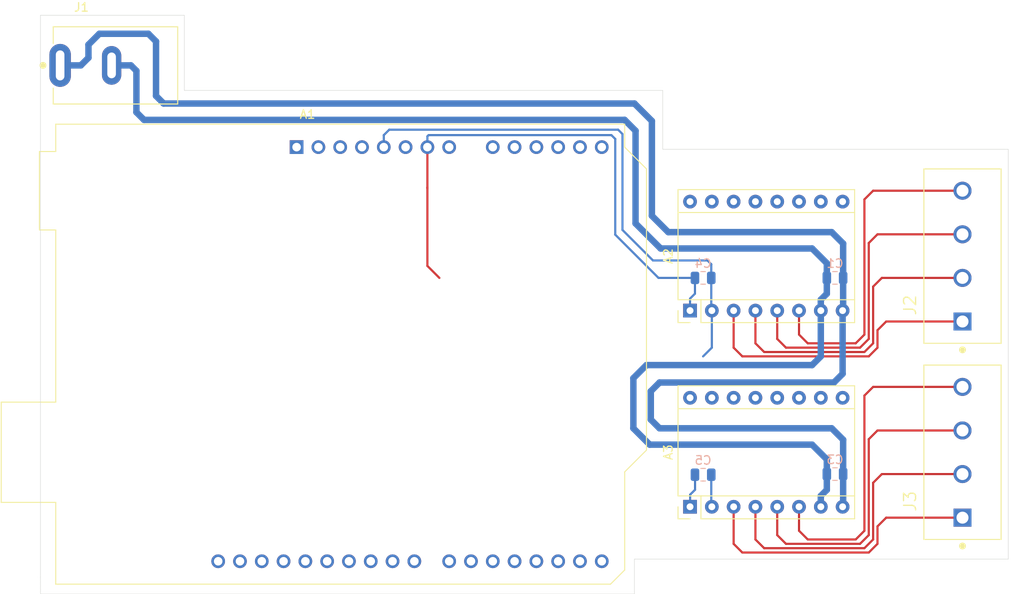
<source format=kicad_pcb>
(kicad_pcb (version 20210623) (generator pcbnew)
  (layers (0 "F.Cu" signal) (31 "B.Cu" signal) (34 "B.Paste" user) (35 "F.Paste" user) (36 "B.SilkS" user "B.Silkscreen") (37 "F.SilkS" user "F.Silkscreen") (38 "B.Mask" user) (39 "F.Mask" user) (44 "Edge.Cuts" user))
  (net 0 "")
  (net 1 "Net-(A1-Pad32)")
  (net 2 "Net-(A1-Pad31)")
  (net 3 "Net-(A1-Pad1)")
  (net 4 "D2")
  (net 5 "Net-(A1-Pad2)")
  (net 6 "D3")
  (net 7 "Net-(A1-Pad3)")
  (net 8 "D4")
  (net 9 "Net-(A1-Pad4)")
  (net 10 "D5")
  (net 11 "Uno_5V")
  (net 12 "Net-(A1-Pad21)")
  (net 13 "Net-(A1-Pad6)")
  (net 14 "Net-(A1-Pad22)")
  (net 15 "GND_Uno")
  (net 16 "Net-(A1-Pad23)")
  (net 17 "Net-(A1-Pad8)")
  (net 18 "Net-(A1-Pad24)")
  (net 19 "Net-(A1-Pad9)")
  (net 20 "Net-(A1-Pad25)")
  (net 21 "Net-(A1-Pad10)")
  (net 22 "Net-(A1-Pad26)")
  (net 23 "Net-(A1-Pad11)")
  (net 24 "Net-(A1-Pad27)")
  (net 25 "Net-(A1-Pad12)")
  (net 26 "Net-(A1-Pad28)")
  (net 27 "Net-(A1-Pad13)")
  (net 28 "Net-(A1-Pad29)")
  (net 29 "Net-(A1-Pad14)")
  (net 30 "Net-(A1-Pad30)")
  (net 31 "Net-(A1-Pad15)")
  (net 32 "Net-(A1-Pad16)")
  (net 33 "GND_Barrel")
  (net 34 "Net-(A2-Pad13)")
  (net 35 "Net-(A2-Pad6)")
  (net 36 "Net-(A2-Pad5)")
  (net 37 "Net-(A2-Pad12)")
  (net 38 "Net-(A2-Pad4)")
  (net 39 "Net-(A2-Pad11)")
  (net 40 "Net-(A2-Pad3)")
  (net 41 "Net-(A2-Pad10)")
  (net 42 "Net-(A2-Pad9)")
  (net 43 "Net-(A3-Pad9)")
  (net 44 "Net-(A3-Pad10)")
  (net 45 "Net-(A3-Pad3)")
  (net 46 "Net-(A3-Pad11)")
  (net 47 "Net-(A3-Pad4)")
  (net 48 "Net-(A3-Pad12)")
  (net 49 "Net-(A3-Pad5)")
  (net 50 "Net-(A3-Pad13)")
  (net 51 "Net-(A3-Pad6)")
  (net 52 "12V")
  (footprint "Module:Arduino_UNO_R3" (layer "F.Cu") (at 140.843 88.9)
    (fp_text reference "A1" (at 1.27 -3.81 180) (layer "F.SilkS"))
    (fp_text value "Arduino_UNO_R3")
    (fp_line (start -28.07 29.72) (end -34.42 29.72) (layer "F.SilkS") (width 0.12))
    (fp_line (start -28.07 0.51) (end -29.97 0.51) (layer "F.SilkS") (width 0.12))
    (fp_line (start 36.58 50.93) (end 38.23 49.28) (layer "F.SilkS") (width 0.12))
    (fp_line (start 40.77 35.31) (end 40.77 2.54) (layer "F.SilkS") (width 0.12))
    (fp_line (start 38.23 -2.67) (end -28.07 -2.67) (layer "F.SilkS") (width 0.12))
    (fp_line (start 40.77 2.54) (end 38.23 0) (layer "F.SilkS") (width 0.12))
    (fp_line (start 38.23 37.85) (end 40.77 35.31) (layer "F.SilkS") (width 0.12))
    (fp_line (start -28.07 50.93) (end 36.58 50.93) (layer "F.SilkS") (width 0.12))
    (fp_line (start -29.97 9.65) (end -28.07 9.65) (layer "F.SilkS") (width 0.12))
    (fp_line (start -28.07 41.4) (end -28.07 50.93) (layer "F.SilkS") (width 0.12))
    (fp_line (start -34.42 29.72) (end -34.42 41.4) (layer "F.SilkS") (width 0.12))
    (fp_line (start -29.97 0.51) (end -29.97 9.65) (layer "F.SilkS") (width 0.12))
    (fp_line (start -34.42 41.4) (end -28.07 41.4) (layer "F.SilkS") (width 0.12))
    (fp_line (start -28.07 -2.67) (end -28.07 0.51) (layer "F.SilkS") (width 0.12))
    (fp_line (start -28.07 9.65) (end -28.07 29.72) (layer "F.SilkS") (width 0.12))
    (fp_line (start 38.23 0) (end 38.23 -2.67) (layer "F.SilkS") (width 0.12))
    (fp_line (start 38.23 49.28) (end 38.23 37.85) (layer "F.SilkS") (width 0.12))
    (pad "1" thru_hole rect locked (at 0 0 90) (size 1.6 1.6) (drill 1) (layers *.Cu *.Mask) (net 3 "Net-(A1-Pad1)"))
    (pad "2" thru_hole oval locked (at 2.54 0 90) (size 1.6 1.6) (drill 1) (layers *.Cu *.Mask) (net 5 "Net-(A1-Pad2)"))
    (pad "3" thru_hole oval locked (at 5.08 0 90) (size 1.6 1.6) (drill 1) (layers *.Cu *.Mask) (net 7 "Net-(A1-Pad3)"))
    (pad "4" thru_hole oval locked (at 7.62 0 90) (size 1.6 1.6) (drill 1) (layers *.Cu *.Mask) (net 9 "Net-(A1-Pad4)"))
    (pad "5" thru_hole oval locked (at 10.16 0 90) (size 1.6 1.6) (drill 1) (layers *.Cu *.Mask) (net 11 "Uno_5V"))
    (pad "6" thru_hole oval locked (at 12.7 0 90) (size 1.6 1.6) (drill 1) (layers *.Cu *.Mask) (net 13 "Net-(A1-Pad6)"))
    (pad "7" thru_hole oval locked (at 15.24 0 90) (size 1.6 1.6) (drill 1) (layers *.Cu *.Mask) (net 15 "GND_Uno"))
    (pad "8" thru_hole oval locked (at 17.78 0 90) (size 1.6 1.6) (drill 1) (layers *.Cu *.Mask) (net 17 "Net-(A1-Pad8)"))
    (pad "9" thru_hole oval locked (at 22.86 0 90) (size 1.6 1.6) (drill 1) (layers *.Cu *.Mask) (net 19 "Net-(A1-Pad9)"))
    (pad "10" thru_hole oval locked (at 25.4 0 90) (size 1.6 1.6) (drill 1) (layers *.Cu *.Mask) (net 21 "Net-(A1-Pad10)"))
    (pad "11" thru_hole oval locked (at 27.94 0 90) (size 1.6 1.6) (drill 1) (layers *.Cu *.Mask) (net 23 "Net-(A1-Pad11)"))
    (pad "12" thru_hole oval locked (at 30.48 0 90) (size 1.6 1.6) (drill 1) (layers *.Cu *.Mask) (net 25 "Net-(A1-Pad12)"))
    (pad "13" thru_hole oval locked (at 33.02 0 90) (size 1.6 1.6) (drill 1) (layers *.Cu *.Mask) (net 27 "Net-(A1-Pad13)"))
    (pad "14" thru_hole oval locked (at 35.56 0 90) (size 1.6 1.6) (drill 1) (layers *.Cu *.Mask) (net 29 "Net-(A1-Pad14)"))
    (pad "15" thru_hole oval locked (at 35.56 48.26 90) (size 1.6 1.6) (drill 1) (layers *.Cu *.Mask) (net 31 "Net-(A1-Pad15)"))
    (pad "16" thru_hole oval locked (at 33.02 48.26 90) (size 1.6 1.6) (drill 1) (layers *.Cu *.Mask) (net 32 "Net-(A1-Pad16)"))
    (pad "17" thru_hole oval locked (at 30.48 48.26 90) (size 1.6 1.6) (drill 1) (layers *.Cu *.Mask) (net 4 "D2"))
    (pad "18" thru_hole oval locked (at 27.94 48.26 90) (size 1.6 1.6) (drill 1) (layers *.Cu *.Mask) (net 6 "D3"))
    (pad "19" thru_hole oval locked (at 25.4 48.26 90) (size 1.6 1.6) (drill 1) (layers *.Cu *.Mask) (net 8 "D4"))
    (pad "20" thru_hole oval locked (at 22.86 48.26 90) (size 1.6 1.6) (drill 1) (layers *.Cu *.Mask) (net 10 "D5"))
    (pad "21" thru_hole oval locked (at 20.32 48.26 90) (size 1.6 1.6) (drill 1) (layers *.Cu *.Mask) (net 12 "Net-(A1-Pad21)"))
    (pad "22" thru_hole oval locked (at 17.78 48.26 90) (size 1.6 1.6) (drill 1) (layers *.Cu *.Mask) (net 14 "Net-(A1-Pad22)"))
    (pad "23" thru_hole oval locked (at 13.72 48.26 90) (size 1.6 1.6) (drill 1) (layers *.Cu *.Mask) (net 16 "Net-(A1-Pad23)"))
    (pad "24" thru_hole oval locked (at 11.18 48.26 90) (size 1.6 1.6) (drill 1) (layers *.Cu *.Mask) (net 18 "Net-(A1-Pad24)"))
    (pad "25" thru_hole oval locked (at 8.64 48.26 90) (size 1.6 1.6) (drill 1) (layers *.Cu *.Mask) (net 20 "Net-(A1-Pad25)"))
    (pad "26" thru_hole oval locked (at 6.1 48.26 90) (size 1.6 1.6) (drill 1) (layers *.Cu *.Mask) (net 22 "Net-(A1-Pad26)"))
    (pad "27" thru_hole oval locked (at 3.56 48.26 90) (size 1.6 1.6) (drill 1) (layers *.Cu *.Mask) (net 24 "Net-(A1-Pad27)"))
    (pad "28" thru_hole oval locked (at 1.02 48.26 90) (size 1.6 1.6) (drill 1) (layers *.Cu *.Mask) (net 26 "Net-(A1-Pad28)"))
    (pad "29" thru_hole oval locked (at -1.52 48.26 90) (size 1.6 1.6) (drill 1) (layers *.Cu *.Mask) (net 28 "Net-(A1-Pad29)"))
    (pad "30" thru_hole oval locked (at -4.06 48.26 90) (size 1.6 1.6) (drill 1) (layers *.Cu *.Mask) (net 30 "Net-(A1-Pad30)"))
    (pad "31" thru_hole oval locked (at -6.6 48.26 90) (size 1.6 1.6) (drill 1) (layers *.Cu *.Mask) (net 2 "Net-(A1-Pad31)"))
    (pad "32" thru_hole oval locked (at -9.14 48.26 90) (size 1.6 1.6) (drill 1) (layers *.Cu *.Mask) (net 1 "Net-(A1-Pad32)"))
  )
  (footprint "Module:Pololu_Breakout-16_15.2x20.3mm" (layer "F.Cu") (at 186.69 130.81 90)
    (fp_text reference "A3" (at 6.35 -2.54 90) (layer "F.SilkS"))
    (fp_text value "Pololu_Breakout_A4988")
    (fp_line (start 14.1 -1.4) (end 1.27 -1.4) (layer "F.SilkS") (width 0.12))
    (fp_line (start -1.4 -1.4) (end -1.4 0) (layer "F.SilkS") (width 0.12))
    (fp_line (start 1.27 1.27) (end -1.4 1.27) (layer "F.SilkS") (width 0.12))
    (fp_line (start 1.27 1.27) (end 1.27 19.18) (layer "F.SilkS") (width 0.12))
    (fp_line (start 1.27 -1.4) (end 1.27 1.27) (layer "F.SilkS") (width 0.12))
    (fp_line (start -1.4 19.18) (end 14.1 19.18) (layer "F.SilkS") (width 0.12))
    (fp_line (start 11.43 -1.4) (end 11.43 19.18) (layer "F.SilkS") (width 0.12))
    (fp_line (start 0 -1.4) (end -1.4 -1.4) (layer "F.SilkS") (width 0.12))
    (fp_line (start -1.4 1.27) (end -1.4 19.18) (layer "F.SilkS") (width 0.12))
    (fp_line (start 14.1 19.18) (end 14.1 -1.4) (layer "F.SilkS") (width 0.12))
    (pad "1" thru_hole rect locked (at 0 0 90) (size 1.6 1.6) (drill 0.8) (layers *.Cu *.Mask) (net 15 "GND_Uno"))
    (pad "2" thru_hole oval locked (at 0 2.54 90) (size 1.6 1.6) (drill 0.8) (layers *.Cu *.Mask) (net 11 "Uno_5V"))
    (pad "3" thru_hole oval locked (at 0 5.08 90) (size 1.6 1.6) (drill 0.8) (layers *.Cu *.Mask) (net 45 "Net-(A3-Pad3)"))
    (pad "4" thru_hole oval locked (at 0 7.62 90) (size 1.6 1.6) (drill 0.8) (layers *.Cu *.Mask) (net 47 "Net-(A3-Pad4)"))
    (pad "5" thru_hole oval locked (at 0 10.16 90) (size 1.6 1.6) (drill 0.8) (layers *.Cu *.Mask) (net 49 "Net-(A3-Pad5)"))
    (pad "6" thru_hole oval locked (at 0 12.7 90) (size 1.6 1.6) (drill 0.8) (layers *.Cu *.Mask) (net 51 "Net-(A3-Pad6)"))
    (pad "7" thru_hole oval locked (at 0 15.24 90) (size 1.6 1.6) (drill 0.8) (layers *.Cu *.Mask) (net 33 "GND_Barrel"))
    (pad "8" thru_hole oval locked (at 0 17.78 90) (size 1.6 1.6) (drill 0.8) (layers *.Cu *.Mask) (net 52 "12V"))
    (pad "9" thru_hole oval locked (at 12.7 17.78 90) (size 1.6 1.6) (drill 0.8) (layers *.Cu *.Mask) (net 43 "Net-(A3-Pad9)"))
    (pad "10" thru_hole oval locked (at 12.7 15.24 90) (size 1.6 1.6) (drill 0.8) (layers *.Cu *.Mask) (net 44 "Net-(A3-Pad10)"))
    (pad "11" thru_hole oval locked (at 12.7 12.7 90) (size 1.6 1.6) (drill 0.8) (layers *.Cu *.Mask) (net 46 "Net-(A3-Pad11)"))
    (pad "12" thru_hole oval locked (at 12.7 10.16 90) (size 1.6 1.6) (drill 0.8) (layers *.Cu *.Mask) (net 48 "Net-(A3-Pad12)"))
    (pad "13" thru_hole oval locked (at 12.7 7.62 90) (size 1.6 1.6) (drill 0.8) (layers *.Cu *.Mask) (net 50 "Net-(A3-Pad13)"))
    (pad "14" thru_hole oval locked (at 12.7 5.08 90) (size 1.6 1.6) (drill 0.8) (layers *.Cu *.Mask) (net 50 "Net-(A3-Pad13)"))
    (pad "15" thru_hole oval locked (at 12.7 2.54 90) (size 1.6 1.6) (drill 0.8) (layers *.Cu *.Mask) (net 10 "D5"))
    (pad "16" thru_hole oval locked (at 12.7 0 90) (size 1.6 1.6) (drill 0.8) (layers *.Cu *.Mask) (net 8 "D4"))
  )
  (footprint "TE_Terminal_Block:TE_796949-4" (layer "F.Cu") (at 218.44 132.08 90)
    (fp_text reference "J3" (at 1.907875 -6.110015 90) (layer "F.SilkS") (effects (font (size 1.404843 1.404843))))
    (fp_text value "796949-4")
    (fp_line (start 17.78 -4.5) (end -2.54 -4.5) (layer "F.SilkS") (width 0.127))
    (fp_line (start 17.78 4.5) (end 17.78 -4.5) (layer "F.SilkS") (width 0.127))
    (fp_line (start -2.54 -4.5) (end -2.54 4.5) (layer "F.SilkS") (width 0.127))
    (fp_line (start -2.54 4.5) (end 17.78 4.5) (layer "F.SilkS") (width 0.127))
    (fp_circle (center -3.302 0) (end -3.102 0) (layer "F.SilkS") (width 0.4) (fill none))
    (pad "1" thru_hole rect locked (at 0 0 90) (size 2.1 2.1) (drill 1.4) (layers *.Cu *.Mask) (net 45 "Net-(A3-Pad3)"))
    (pad "2" thru_hole circle locked (at 5.08 0 90) (size 2.1 2.1) (drill 1.4) (layers *.Cu *.Mask) (net 47 "Net-(A3-Pad4)"))
    (pad "3" thru_hole circle locked (at 10.16 0 90) (size 2.1 2.1) (drill 1.4) (layers *.Cu *.Mask) (net 49 "Net-(A3-Pad5)"))
    (pad "4" thru_hole circle locked (at 15.24 0 90) (size 2.1 2.1) (drill 1.4) (layers *.Cu *.Mask) (net 51 "Net-(A3-Pad6)"))
  )
  (footprint "Module:Pololu_Breakout-16_15.2x20.3mm" (layer "F.Cu") (at 186.69 107.95 90)
    (fp_text reference "A2" (at 6.35 -2.54 90) (layer "F.SilkS"))
    (fp_text value "Pololu_Breakout_A4988")
    (fp_line (start -1.4 19.18) (end 14.1 19.18) (layer "F.SilkS") (width 0.12))
    (fp_line (start 1.27 -1.4) (end 1.27 1.27) (layer "F.SilkS") (width 0.12))
    (fp_line (start 0 -1.4) (end -1.4 -1.4) (layer "F.SilkS") (width 0.12))
    (fp_line (start 1.27 1.27) (end 1.27 19.18) (layer "F.SilkS") (width 0.12))
    (fp_line (start 14.1 -1.4) (end 1.27 -1.4) (layer "F.SilkS") (width 0.12))
    (fp_line (start 14.1 19.18) (end 14.1 -1.4) (layer "F.SilkS") (width 0.12))
    (fp_line (start 1.27 1.27) (end -1.4 1.27) (layer "F.SilkS") (width 0.12))
    (fp_line (start -1.4 -1.4) (end -1.4 0) (layer "F.SilkS") (width 0.12))
    (fp_line (start -1.4 1.27) (end -1.4 19.18) (layer "F.SilkS") (width 0.12))
    (fp_line (start 11.43 -1.4) (end 11.43 19.18) (layer "F.SilkS") (width 0.12))
    (pad "1" thru_hole rect locked (at 0 0 90) (size 1.6 1.6) (drill 0.8) (layers *.Cu *.Mask) (net 15 "GND_Uno"))
    (pad "2" thru_hole oval locked (at 0 2.54 90) (size 1.6 1.6) (drill 0.8) (layers *.Cu *.Mask) (net 11 "Uno_5V"))
    (pad "3" thru_hole oval locked (at 0 5.08 90) (size 1.6 1.6) (drill 0.8) (layers *.Cu *.Mask) (net 40 "Net-(A2-Pad3)"))
    (pad "4" thru_hole oval locked (at 0 7.62 90) (size 1.6 1.6) (drill 0.8) (layers *.Cu *.Mask) (net 38 "Net-(A2-Pad4)"))
    (pad "5" thru_hole oval locked (at 0 10.16 90) (size 1.6 1.6) (drill 0.8) (layers *.Cu *.Mask) (net 36 "Net-(A2-Pad5)"))
    (pad "6" thru_hole oval locked (at 0 12.7 90) (size 1.6 1.6) (drill 0.8) (layers *.Cu *.Mask) (net 35 "Net-(A2-Pad6)"))
    (pad "7" thru_hole oval locked (at 0 15.24 90) (size 1.6 1.6) (drill 0.8) (layers *.Cu *.Mask) (net 33 "GND_Barrel"))
    (pad "8" thru_hole oval locked (at 0 17.78 90) (size 1.6 1.6) (drill 0.8) (layers *.Cu *.Mask) (net 52 "12V"))
    (pad "9" thru_hole oval locked (at 12.7 17.78 90) (size 1.6 1.6) (drill 0.8) (layers *.Cu *.Mask) (net 42 "Net-(A2-Pad9)"))
    (pad "10" thru_hole oval locked (at 12.7 15.24 90) (size 1.6 1.6) (drill 0.8) (layers *.Cu *.Mask) (net 41 "Net-(A2-Pad10)"))
    (pad "11" thru_hole oval locked (at 12.7 12.7 90) (size 1.6 1.6) (drill 0.8) (layers *.Cu *.Mask) (net 39 "Net-(A2-Pad11)"))
    (pad "12" thru_hole oval locked (at 12.7 10.16 90) (size 1.6 1.6) (drill 0.8) (layers *.Cu *.Mask) (net 37 "Net-(A2-Pad12)"))
    (pad "13" thru_hole oval locked (at 12.7 7.62 90) (size 1.6 1.6) (drill 0.8) (layers *.Cu *.Mask) (net 34 "Net-(A2-Pad13)"))
    (pad "14" thru_hole oval locked (at 12.7 5.08 90) (size 1.6 1.6) (drill 0.8) (layers *.Cu *.Mask) (net 34 "Net-(A2-Pad13)"))
    (pad "15" thru_hole oval locked (at 12.7 2.54 90) (size 1.6 1.6) (drill 0.8) (layers *.Cu *.Mask) (net 6 "D3"))
    (pad "16" thru_hole oval locked (at 12.7 0 90) (size 1.6 1.6) (drill 0.8) (layers *.Cu *.Mask) (net 4 "D2"))
  )
  (footprint "TE_Terminal_Block:TE_796949-4" (layer "F.Cu") (at 218.44 109.22 90)
    (fp_text reference "J2" (at 1.907875 -6.110015 90) (layer "F.SilkS") (effects (font (size 1.404843 1.404843))))
    (fp_text value "796949-4")
    (fp_line (start -2.54 -4.5) (end -2.54 4.5) (layer "F.SilkS") (width 0.127))
    (fp_line (start 17.78 -4.5) (end -2.54 -4.5) (layer "F.SilkS") (width 0.127))
    (fp_line (start 17.78 4.5) (end 17.78 -4.5) (layer "F.SilkS") (width 0.127))
    (fp_line (start -2.54 4.5) (end 17.78 4.5) (layer "F.SilkS") (width 0.127))
    (fp_circle (center -3.302 0) (end -3.102 0) (layer "F.SilkS") (width 0.4) (fill none))
    (pad "1" thru_hole rect locked (at 0 0 90) (size 2.1 2.1) (drill 1.4) (layers *.Cu *.Mask) (net 40 "Net-(A2-Pad3)"))
    (pad "2" thru_hole circle locked (at 5.08 0 90) (size 2.1 2.1) (drill 1.4) (layers *.Cu *.Mask) (net 38 "Net-(A2-Pad4)"))
    (pad "3" thru_hole circle locked (at 10.16 0 90) (size 2.1 2.1) (drill 1.4) (layers *.Cu *.Mask) (net 36 "Net-(A2-Pad5)"))
    (pad "4" thru_hole circle locked (at 15.24 0 90) (size 2.1 2.1) (drill 1.4) (layers *.Cu *.Mask) (net 35 "Net-(A2-Pad6)"))
  )
  (footprint "PJ-037A_Connector:CUI_PJ-037A" (layer "F.Cu") (at 113.284 79.375)
    (fp_text reference "J1" (at 2.487267 -6.7712) (layer "F.SilkS") (effects (font (size 1.000913 1.000913))))
    (fp_text value "PJ-037A")
    (fp_line (start -0.8 4.5) (end -0.8 2.65) (layer "F.SilkS") (width 0.127))
    (fp_line (start -0.8 -4.5) (end 13.7 -4.5) (layer "F.SilkS") (width 0.127))
    (fp_line (start 13.7 -4.5) (end 13.7 4.5) (layer "F.SilkS") (width 0.127))
    (fp_line (start -0.8 -2.55) (end -0.8 -4.5) (layer "F.SilkS") (width 0.127))
    (fp_line (start 13.7 4.5) (end -0.8 4.5) (layer "F.SilkS") (width 0.127))
    (fp_circle (center -2 0) (end -1.8 0) (layer "F.SilkS") (width 0.4) (fill none))
    (pad "1" thru_hole oval locked (at 0 0) (size 2.5 5) (drill oval 1 3.5) (layers *.Cu *.Mask) (net 52 "12V"))
    (pad "2" thru_hole oval locked (at 6 0) (size 2.25 4.5) (drill oval 1 3) (layers *.Cu *.Mask) (net 33 "GND_Barrel"))
  )
  (footprint "Capacitor_SMD:C_0805_2012Metric" (layer "B.Cu") (at 203.581 104.14 180)
    (fp_text reference "C1" (at 0 1.68) (layer "B.SilkS") (effects (justify mirror)))
    (fp_text value "100uF")
    (fp_line (start -0.261252 0.735) (end 0.261252 0.735) (layer "B.SilkS") (width 0.12))
    (fp_line (start -0.261252 -0.735) (end 0.261252 -0.735) (layer "B.SilkS") (width 0.12))
    (pad "1" smd roundrect locked (at -0.95 0 180) (size 1 1.45) (layers "B.Cu" "B.Paste" "B.Mask") (net 52 "12V"))
    (pad "2" smd roundrect locked (at 0.95 0 180) (size 1 1.45) (layers "B.Cu" "B.Paste" "B.Mask") (net 33 "GND_Barrel"))
  )
  (footprint "Capacitor_SMD:C_0805_2012Metric" (layer "B.Cu") (at 188.214 104.14 180)
    (fp_text reference "C4" (at 0 1.68) (layer "B.SilkS") (effects (justify mirror)))
    (fp_text value "100uF")
    (fp_line (start -0.261252 -0.735) (end 0.261252 -0.735) (layer "B.SilkS") (width 0.12))
    (fp_line (start -0.261252 0.735) (end 0.261252 0.735) (layer "B.SilkS") (width 0.12))
    (pad "1" smd roundrect locked (at -0.95 0 180) (size 1 1.45) (layers "B.Cu" "B.Paste" "B.Mask") (net 11 "Uno_5V"))
    (pad "2" smd roundrect locked (at 0.95 0 180) (size 1 1.45) (layers "B.Cu" "B.Paste" "B.Mask") (net 15 "GND_Uno"))
  )
  (footprint "Capacitor_SMD:C_0805_2012Metric" (layer "B.Cu") (at 188.214 127.075 180)
    (fp_text reference "C5" (at 0 1.68) (layer "B.SilkS") (effects (justify mirror)))
    (fp_text value "100uF")
    (fp_line (start -0.261252 -0.735) (end 0.261252 -0.735) (layer "B.SilkS") (width 0.12))
    (fp_line (start -0.261252 0.735) (end 0.261252 0.735) (layer "B.SilkS") (width 0.12))
    (pad "1" smd roundrect locked (at -0.95 0 180) (size 1 1.45) (layers "B.Cu" "B.Paste" "B.Mask") (net 11 "Uno_5V"))
    (pad "2" smd roundrect locked (at 0.95 0 180) (size 1 1.45) (layers "B.Cu" "B.Paste" "B.Mask") (net 15 "GND_Uno"))
  )
  (footprint "Capacitor_SMD:C_0805_2012Metric" (layer "B.Cu") (at 203.581 127 180)
    (fp_text reference "C3" (at 0 1.68) (layer "B.SilkS") (effects (justify mirror)))
    (fp_text value "100uF")
    (fp_line (start -0.261252 -0.735) (end 0.261252 -0.735) (layer "B.SilkS") (width 0.12))
    (fp_line (start -0.261252 0.735) (end 0.261252 0.735) (layer "B.SilkS") (width 0.12))
    (pad "1" smd roundrect locked (at -0.95 0 180) (size 1 1.45) (layers "B.Cu" "B.Paste" "B.Mask") (net 52 "12V"))
    (pad "2" smd roundrect locked (at 0.95 0 180) (size 1 1.45) (layers "B.Cu" "B.Paste" "B.Mask") (net 33 "GND_Barrel"))
  )
  (gr_line (start 110.998 140.97) (end 110.992953 139.000277) (layer "Edge.Cuts") (width 0.05))
  (gr_line (start 223.774 89.154) (end 223.774 136.906) (layer "Edge.Cuts") (width 0.05))
  (gr_line (start 180.213 136.906) (end 180.213 140.97) (layer "Edge.Cuts") (width 0.05))
  (gr_line (start 183.515 82.296) (end 183.515 89.154) (layer "Edge.Cuts") (width 0.05))
  (gr_line (start 110.992953 139.000277) (end 110.992953 73.533) (layer "Edge.Cuts") (width 0.05))
  (gr_line (start 183.515 89.154) (end 223.774 89.154) (layer "Edge.Cuts") (width 0.05))
  (gr_line (start 127.762 82.296) (end 183.515 82.296) (layer "Edge.Cuts") (width 0.05))
  (gr_line (start 180.213 140.97) (end 110.998 140.97) (layer "Edge.Cuts") (width 0.05))
  (gr_line (start 223.774 136.906) (end 180.213 136.906) (layer "Edge.Cuts") (width 0.05))
  (gr_line (start 127.762 73.533) (end 127.762 82.296) (layer "Edge.Cuts") (width 0.05))
  (gr_line (start 110.992953 73.533) (end 127.762 73.533) (layer "Edge.Cuts") (width 0.05))
  (segment (start 189.164 130.744) (end 189.23 130.81) (width 0.25) (layer "F.Cu") (net 11))
  (segment (start 189.164 107.884) (end 189.23 107.95) (width 0.25) (layer "F.Cu") (net 11))
  (segment (start 151.638 86.868) (end 151.003 87.503) (width 0.25) (layer "B.Cu") (net 11))
  (segment (start 189.164 127.075) (end 189.164 130.744) (width 0.25) (layer "B.Cu") (net 11))
  (segment (start 189.23 107.95) (end 189.23 112.268) (width 0.25) (layer "B.Cu") (net 11))
  (segment (start 189.164 104.14) (end 189.164 107.884) (width 0.25) (layer "B.Cu") (net 11))
  (segment (start 178.816 98.552) (end 178.816 87.376) (width 0.25) (layer "B.Cu") (net 11))
  (segment (start 189.164 102.55) (end 188.722 102.108) (width 0.25) (layer "B.Cu") (net 11))
  (segment (start 189.164 104.14) (end 189.164 102.55) (width 0.25) (layer "B.Cu") (net 11))
  (segment (start 178.308 86.868) (end 151.638 86.868) (width 0.25) (layer "B.Cu") (net 11))
  (segment (start 178.816 87.376) (end 178.308 86.868) (width 0.25) (layer "B.Cu") (net 11))
  (segment (start 182.372 102.108) (end 178.816 98.552) (width 0.25) (layer "B.Cu") (net 11))
  (segment (start 188.722 102.108) (end 182.372 102.108) (width 0.25) (layer "B.Cu") (net 11))
  (segment (start 189.23 112.268) (end 188.214 113.284) (width 0.25) (layer "B.Cu") (net 11))
  (segment (start 151.003 87.503) (end 151.003 88.9) (width 0.25) (layer "B.Cu") (net 11))
  (segment (start 156.083 102.743) (end 156.083 93.599) (width 0.25) (layer "F.Cu") (net 15))
  (segment (start 156.083 88.9) (end 156.083 93.599) (width 0.25) (layer "F.Cu") (net 15))
  (segment (start 157.48 104.14) (end 156.083 102.743) (width 0.25) (layer "F.Cu") (net 15))
  (segment (start 156.083 93.599) (end 156.083 93.726) (width 0.25) (layer "F.Cu") (net 15))
  (segment (start 187.274 128.826) (end 186.7 129.4) (width 0.25) (layer "B.Cu") (net 15))
  (segment (start 187.264 104.14) (end 187.264 105.979) (width 0.25) (layer "B.Cu") (net 15))
  (segment (start 156.083 87.642) (end 156.225 87.5) (width 0.25) (layer "B.Cu") (net 15))
  (segment (start 177.975 99.1) (end 183.015 104.14) (width 0.25) (layer "B.Cu") (net 15))
  (segment (start 187.264 105.979) (end 186.69 106.553) (width 0.25) (layer "B.Cu") (net 15))
  (segment (start 186.7 129.4) (end 186.7 130.797) (width 0.25) (layer "B.Cu") (net 15))
  (segment (start 156.083 88.9) (end 156.083 87.642) (width 0.25) (layer "B.Cu") (net 15))
  (segment (start 187.274 126.987) (end 187.274 128.826) (width 0.25) (layer "B.Cu") (net 15))
  (segment (start 183.015 104.14) (end 187.264 104.14) (width 0.25) (layer "B.Cu") (net 15))
  (segment (start 177.975 87.95) (end 177.975 99.1) (width 0.25) (layer "B.Cu") (net 15))
  (segment (start 177.525 87.5) (end 177.975 87.95) (width 0.25) (layer "B.Cu") (net 15))
  (segment (start 186.69 106.553) (end 186.69 107.95) (width 0.25) (layer "B.Cu") (net 15))
  (segment (start 156.225 87.5) (end 177.525 87.5) (width 0.25) (layer "B.Cu") (net 15))
  (segment (start 201.93 106.68) (end 202.631 105.979) (width 0.75) (layer "B.Cu") (net 33))
  (segment (start 200.914 123.571) (end 202.631 125.288) (width 0.75) (layer "B.Cu") (net 33))
  (segment (start 181.61 114.3) (end 180.086 115.824) (width 0.75) (layer "B.Cu") (net 33))
  (segment (start 179.07 85.725) (end 180.34 86.995) (width 0.75) (layer "B.Cu") (net 33))
  (segment (start 180.34 86.995) (end 180.34 97.79) (width 0.75) (layer "B.Cu") (net 33))
  (segment (start 122.174 80.01) (end 122.174 84.836) (width 0.75) (layer "B.Cu") (net 33))
  (segment (start 181.991 123.571) (end 200.914 123.571) (width 0.75) (layer "B.Cu") (net 33))
  (segment (start 180.086 121.666) (end 181.991 123.571) (width 0.75) (layer "B.Cu") (net 33))
  (segment (start 180.086 115.824) (end 180.086 121.666) (width 0.75) (layer "B.Cu") (net 33))
  (segment (start 202.631 105.979) (end 202.631 104.14) (width 0.75) (layer "B.Cu") (net 33))
  (segment (start 201.93 107.95) (end 201.93 106.68) (width 0.75) (layer "B.Cu") (net 33))
  (segment (start 121.539 79.375) (end 122.174 80.01) (width 0.75) (layer "B.Cu") (net 33))
  (segment (start 202.631 125.288) (end 202.631 128.839) (width 0.75) (layer "B.Cu") (net 33))
  (segment (start 122.174 84.836) (end 123.063 85.725) (width 0.75) (layer "B.Cu") (net 33))
  (segment (start 202.631 102.428) (end 202.631 104.14) (width 0.75) (layer "B.Cu") (net 33))
  (segment (start 183.261 100.711) (end 200.914 100.711) (width 0.75) (layer "B.Cu") (net 33))
  (segment (start 200.914 114.3) (end 181.61 114.3) (width 0.75) (layer "B.Cu") (net 33))
  (segment (start 201.93 113.284) (end 200.914 114.3) (width 0.75) (layer "B.Cu") (net 33))
  (segment (start 200.914 100.711) (end 202.631 102.428) (width 0.75) (layer "B.Cu") (net 33))
  (segment (start 180.34 97.79) (end 183.261 100.711) (width 0.75) (layer "B.Cu") (net 33))
  (segment (start 119.284 79.375) (end 121.539 79.375) (width 0.75) (layer "B.Cu") (net 33))
  (segment (start 201.93 129.54) (end 201.93 130.81) (width 0.75) (layer "B.Cu") (net 33))
  (segment (start 202.631 128.839) (end 201.93 129.54) (width 0.75) (layer "B.Cu") (net 33))
  (segment (start 201.93 107.95) (end 201.93 113.284) (width 0.75) (layer "B.Cu") (net 33))
  (segment (start 123.063 85.725) (end 179.07 85.725) (width 0.75) (layer "B.Cu") (net 33))
  (segment (start 208.026 93.98) (end 218.44 93.98) (width 0.25) (layer "F.Cu") (net 35))
  (segment (start 207.01 110.744) (end 207.01 94.996) (width 0.25) (layer "F.Cu") (net 35))
  (segment (start 199.39 110.744) (end 200.406 111.76) (width 0.25) (layer "F.Cu") (net 35))
  (segment (start 205.994 111.76) (end 207.01 110.744) (width 0.25) (layer "F.Cu") (net 35))
  (segment (start 207.01 94.996) (end 208.026 93.98) (width 0.25) (layer "F.Cu") (net 35))
  (segment (start 200.406 111.76) (end 205.994 111.76) (width 0.25) (layer "F.Cu") (net 35))
  (segment (start 199.39 107.95) (end 199.39 110.744) (width 0.25) (layer "F.Cu") (net 35))
  (segment (start 196.85 107.95) (end 196.85 111.252) (width 0.25) (layer "F.Cu") (net 36))
  (segment (start 207.518 100.076) (end 208.534 99.06) (width 0.25) (layer "F.Cu") (net 36))
  (segment (start 197.866 112.268) (end 206.502 112.268) (width 0.25) (layer "F.Cu") (net 36))
  (segment (start 208.534 99.06) (end 218.44 99.06) (width 0.25) (layer "F.Cu") (net 36))
  (segment (start 196.85 111.252) (end 197.866 112.268) (width 0.25) (layer "F.Cu") (net 36))
  (segment (start 207.518 111.252) (end 207.518 100.076) (width 0.25) (layer "F.Cu") (net 36))
  (segment (start 206.502 112.268) (end 207.518 111.252) (width 0.25) (layer "F.Cu") (net 36))
  (segment (start 208.026 111.76) (end 208.026 105.156) (width 0.25) (layer "F.Cu") (net 38))
  (segment (start 194.31 111.76) (end 195.326 112.776) (width 0.25) (layer "F.Cu") (net 38))
  (segment (start 207.01 112.776) (end 208.026 111.76) (width 0.25) (layer "F.Cu") (net 38))
  (segment (start 208.026 105.156) (end 209.042 104.14) (width 0.25) (layer "F.Cu") (net 38))
  (segment (start 209.042 104.14) (end 218.44 104.14) (width 0.25) (layer "F.Cu") (net 38))
  (segment (start 194.31 107.95) (end 194.31 111.76) (width 0.25) (layer "F.Cu") (net 38))
  (segment (start 195.326 112.776) (end 207.01 112.776) (width 0.25) (layer "F.Cu") (net 38))
  (segment (start 208.534 112.268) (end 208.534 110.236) (width 0.25) (layer "F.Cu") (net 40))
  (segment (start 191.77 107.95) (end 191.77 112.268) (width 0.25) (layer "F.Cu") (net 40))
  (segment (start 209.55 109.22) (end 218.44 109.22) (width 0.25) (layer "F.Cu") (net 40))
  (segment (start 191.77 112.268) (end 192.786 113.284) (width 0.25) (layer "F.Cu") (net 40))
  (segment (start 192.786 113.284) (end 207.518 113.284) (width 0.25) (layer "F.Cu") (net 40))
  (segment (start 207.518 113.284) (end 208.534 112.268) (width 0.25) (layer "F.Cu") (net 40))
  (segment (start 208.534 110.236) (end 209.55 109.22) (width 0.25) (layer "F.Cu") (net 40))
  (segment (start 191.77 130.81) (end 191.77 135.128) (width 0.25) (layer "F.Cu") (net 45))
  (segment (start 191.77 135.128) (end 192.786 136.144) (width 0.25) (layer "F.Cu") (net 45))
  (segment (start 192.786 136.144) (end 207.518 136.144) (width 0.25) (layer "F.Cu") (net 45))
  (segment (start 208.534 133.096) (end 209.55 132.08) (width 0.25) (layer "F.Cu") (net 45))
  (segment (start 207.518 136.144) (end 208.534 135.128) (width 0.25) (layer "F.Cu") (net 45))
  (segment (start 208.534 135.128) (end 208.534 133.096) (width 0.25) (layer "F.Cu") (net 45))
  (segment (start 209.55 132.08) (end 218.44 132.08) (width 0.25) (layer "F.Cu") (net 45))
  (segment (start 194.31 130.81) (end 194.31 134.62) (width 0.25) (layer "F.Cu") (net 47))
  (segment (start 209.042 127) (end 218.44 127) (width 0.25) (layer "F.Cu") (net 47))
  (segment (start 194.31 134.62) (end 195.326 135.636) (width 0.25) (layer "F.Cu") (net 47))
  (segment (start 208.026 134.62) (end 208.026 128.016) (width 0.25) (layer "F.Cu") (net 47))
  (segment (start 207.01 135.636) (end 208.026 134.62) (width 0.25) (layer "F.Cu") (net 47))
  (segment (start 208.026 128.016) (end 209.042 127) (width 0.25) (layer "F.Cu") (net 47))
  (segment (start 195.326 135.636) (end 207.01 135.636) (width 0.25) (layer "F.Cu") (net 47))
  (segment (start 196.85 130.81) (end 196.85 134.112) (width 0.25) (layer "F.Cu") (net 49))
  (segment (start 208.534 121.92) (end 218.44 121.92) (width 0.25) (layer "F.Cu") (net 49))
  (segment (start 207.518 134.112) (end 207.518 122.936) (width 0.25) (layer "F.Cu") (net 49))
  (segment (start 206.502 135.128) (end 207.518 134.112) (width 0.25) (layer "F.Cu") (net 49))
  (segment (start 196.85 134.112) (end 197.866 135.128) (width 0.25) (layer "F.Cu") (net 49))
  (segment (start 197.866 135.128) (end 206.502 135.128) (width 0.25) (layer "F.Cu") (net 49))
  (segment (start 207.518 122.936) (end 208.534 121.92) (width 0.25) (layer "F.Cu") (net 49))
  (segment (start 199.39 130.81) (end 199.39 133.604) (width 0.25) (layer "F.Cu") (net 51))
  (segment (start 207.01 117.856) (end 208.026 116.84) (width 0.25) (layer "F.Cu") (net 51))
  (segment (start 205.994 134.62) (end 207.01 133.604) (width 0.25) (layer "F.Cu") (net 51))
  (segment (start 207.01 133.604) (end 207.01 117.856) (width 0.25) (layer "F.Cu") (net 51))
  (segment (start 200.406 134.62) (end 205.994 134.62) (width 0.25) (layer "F.Cu") (net 51))
  (segment (start 208.026 116.84) (end 218.44 116.84) (width 0.25) (layer "F.Cu") (net 51))
  (segment (start 199.39 133.604) (end 200.406 134.62) (width 0.25) (layer "F.Cu") (net 51))
  (segment (start 204.531 107.889) (end 204.47 107.95) (width 0.75) (layer "F.Cu") (net 52))
  (segment (start 204.531 130.749) (end 204.47 130.81) (width 0.75) (layer "F.Cu") (net 52))
  (segment (start 203.2 98.806) (end 184.15 98.806) (width 0.75) (layer "B.Cu") (net 52))
  (segment (start 204.531 100.137) (end 203.2 98.806) (width 0.75) (layer "B.Cu") (net 52))
  (segment (start 124.46 82.931) (end 124.46 76.581) (width 0.75) (layer "B.Cu") (net 52))
  (segment (start 204.47 115.316) (end 204.47 107.95) (width 0.75) (layer "B.Cu") (net 52))
  (segment (start 184.15 98.806) (end 182.245 96.901) (width 0.75) (layer "B.Cu") (net 52))
  (segment (start 204.531 104.14) (end 204.531 100.137) (width 0.75) (layer "B.Cu") (net 52))
  (segment (start 182.118 117.348) (end 182.118 120.65) (width 0.75) (layer "B.Cu") (net 52))
  (segment (start 183.134 121.666) (end 203.2 121.666) (width 0.75) (layer "B.Cu") (net 52))
  (segment (start 116.586 76.962) (end 116.586 78.486) (width 0.75) (layer "B.Cu") (net 52))
  (segment (start 116.586 78.486) (end 115.697 79.375) (width 0.75) (layer "B.Cu") (net 52))
  (segment (start 204.531 104.14) (end 204.531 107.889) (width 0.75) (layer "B.Cu") (net 52))
  (segment (start 183.136 116.33) (end 203.452 116.33) (width 0.75) (layer "B.Cu") (net 52))
  (segment (start 124.46 76.581) (end 123.571 75.692) (width 0.75) (layer "B.Cu") (net 52))
  (segment (start 117.856 75.692) (end 116.586 76.962) (width 0.75) (layer "B.Cu") (net 52))
  (segment (start 125.349 83.82) (end 124.46 82.931) (width 0.75) (layer "B.Cu") (net 52))
  (segment (start 182.118 120.65) (end 183.134 121.666) (width 0.75) (layer "B.Cu") (net 52))
  (segment (start 180.213 83.82) (end 125.349 83.82) (width 0.75) (layer "B.Cu") (net 52))
  (segment (start 123.571 75.692) (end 117.856 75.692) (width 0.75) (layer "B.Cu") (net 52))
  (segment (start 115.697 79.375) (end 113.284 79.375) (width 0.75) (layer "B.Cu") (net 52))
  (segment (start 203.452 116.33) (end 203.454 116.332) (width 0.75) (layer "B.Cu") (net 52))
  (segment (start 183.136 116.33) (end 182.118 117.348) (width 0.75) (layer "B.Cu") (net 52))
  (segment (start 203.2 121.666) (end 204.531 122.997) (width 0.75) (layer "B.Cu") (net 52))
  (segment (start 203.454 116.332) (end 204.47 115.316) (width 0.75) (layer "B.Cu") (net 52))
  (segment (start 204.531 122.997) (end 204.531 130.749) (width 0.75) (layer "B.Cu") (net 52))
  (segment (start 182.245 96.901) (end 182.245 85.852) (width 0.75) (layer "B.Cu") (net 52))
  (segment (start 182.245 85.852) (end 180.213 83.82) (width 0.75) (layer "B.Cu") (net 52))
)
</source>
